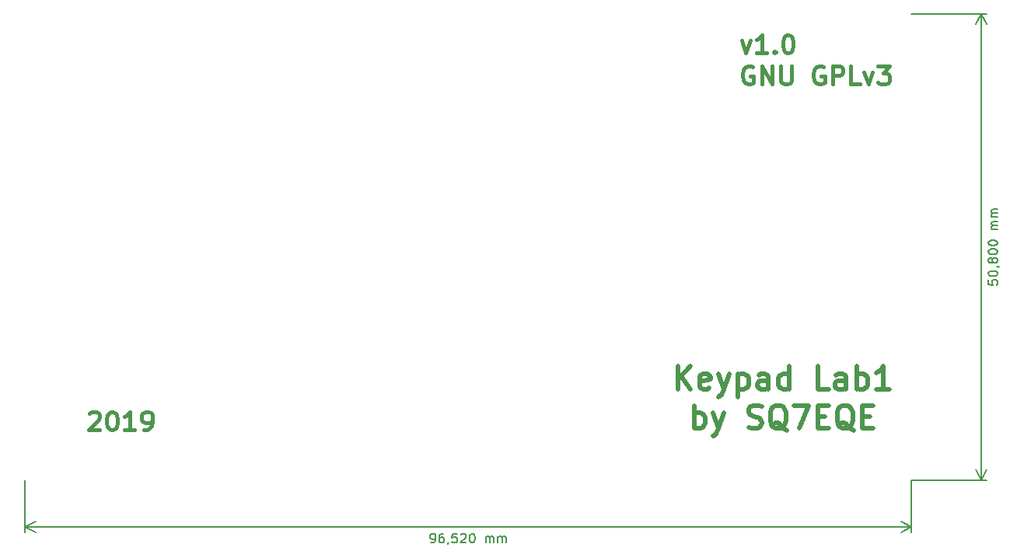
<source format=gbr>
G04 #@! TF.GenerationSoftware,KiCad,Pcbnew,5.1.4-3.fc30*
G04 #@! TF.CreationDate,2019-09-22T12:30:57+02:00*
G04 #@! TF.ProjectId,keyboard_lab1,6b657962-6f61-4726-945f-6c6162312e6b,1.0*
G04 #@! TF.SameCoordinates,Original*
G04 #@! TF.FileFunction,Drawing*
%FSLAX46Y46*%
G04 Gerber Fmt 4.6, Leading zero omitted, Abs format (unit mm)*
G04 Created by KiCad (PCBNEW 5.1.4-3.fc30) date 2019-09-22 12:30:57*
%MOMM*%
%LPD*%
G04 APERTURE LIST*
%ADD10C,0.400000*%
%ADD11C,0.150000*%
%ADD12C,0.500000*%
G04 APERTURE END LIST*
D10*
X83190952Y-119745238D02*
X83286190Y-119650000D01*
X83476666Y-119554761D01*
X83952857Y-119554761D01*
X84143333Y-119650000D01*
X84238571Y-119745238D01*
X84333809Y-119935714D01*
X84333809Y-120126190D01*
X84238571Y-120411904D01*
X83095714Y-121554761D01*
X84333809Y-121554761D01*
X85571904Y-119554761D02*
X85762380Y-119554761D01*
X85952857Y-119650000D01*
X86048095Y-119745238D01*
X86143333Y-119935714D01*
X86238571Y-120316666D01*
X86238571Y-120792857D01*
X86143333Y-121173809D01*
X86048095Y-121364285D01*
X85952857Y-121459523D01*
X85762380Y-121554761D01*
X85571904Y-121554761D01*
X85381428Y-121459523D01*
X85286190Y-121364285D01*
X85190952Y-121173809D01*
X85095714Y-120792857D01*
X85095714Y-120316666D01*
X85190952Y-119935714D01*
X85286190Y-119745238D01*
X85381428Y-119650000D01*
X85571904Y-119554761D01*
X88143333Y-121554761D02*
X87000476Y-121554761D01*
X87571904Y-121554761D02*
X87571904Y-119554761D01*
X87381428Y-119840476D01*
X87190952Y-120030952D01*
X87000476Y-120126190D01*
X89095714Y-121554761D02*
X89476666Y-121554761D01*
X89667142Y-121459523D01*
X89762380Y-121364285D01*
X89952857Y-121078571D01*
X90048095Y-120697619D01*
X90048095Y-119935714D01*
X89952857Y-119745238D01*
X89857619Y-119650000D01*
X89667142Y-119554761D01*
X89286190Y-119554761D01*
X89095714Y-119650000D01*
X89000476Y-119745238D01*
X88905238Y-119935714D01*
X88905238Y-120411904D01*
X89000476Y-120602380D01*
X89095714Y-120697619D01*
X89286190Y-120792857D01*
X89667142Y-120792857D01*
X89857619Y-120697619D01*
X89952857Y-120602380D01*
X90048095Y-120411904D01*
X154215714Y-79151428D02*
X154691904Y-80484761D01*
X155168095Y-79151428D01*
X156977619Y-80484761D02*
X155834761Y-80484761D01*
X156406190Y-80484761D02*
X156406190Y-78484761D01*
X156215714Y-78770476D01*
X156025238Y-78960952D01*
X155834761Y-79056190D01*
X157834761Y-80294285D02*
X157930000Y-80389523D01*
X157834761Y-80484761D01*
X157739523Y-80389523D01*
X157834761Y-80294285D01*
X157834761Y-80484761D01*
X159168095Y-78484761D02*
X159358571Y-78484761D01*
X159549047Y-78580000D01*
X159644285Y-78675238D01*
X159739523Y-78865714D01*
X159834761Y-79246666D01*
X159834761Y-79722857D01*
X159739523Y-80103809D01*
X159644285Y-80294285D01*
X159549047Y-80389523D01*
X159358571Y-80484761D01*
X159168095Y-80484761D01*
X158977619Y-80389523D01*
X158882380Y-80294285D01*
X158787142Y-80103809D01*
X158691904Y-79722857D01*
X158691904Y-79246666D01*
X158787142Y-78865714D01*
X158882380Y-78675238D01*
X158977619Y-78580000D01*
X159168095Y-78484761D01*
X155453809Y-81980000D02*
X155263333Y-81884761D01*
X154977619Y-81884761D01*
X154691904Y-81980000D01*
X154501428Y-82170476D01*
X154406190Y-82360952D01*
X154310952Y-82741904D01*
X154310952Y-83027619D01*
X154406190Y-83408571D01*
X154501428Y-83599047D01*
X154691904Y-83789523D01*
X154977619Y-83884761D01*
X155168095Y-83884761D01*
X155453809Y-83789523D01*
X155549047Y-83694285D01*
X155549047Y-83027619D01*
X155168095Y-83027619D01*
X156406190Y-83884761D02*
X156406190Y-81884761D01*
X157549047Y-83884761D01*
X157549047Y-81884761D01*
X158501428Y-81884761D02*
X158501428Y-83503809D01*
X158596666Y-83694285D01*
X158691904Y-83789523D01*
X158882380Y-83884761D01*
X159263333Y-83884761D01*
X159453809Y-83789523D01*
X159549047Y-83694285D01*
X159644285Y-83503809D01*
X159644285Y-81884761D01*
X163168095Y-81980000D02*
X162977619Y-81884761D01*
X162691904Y-81884761D01*
X162406190Y-81980000D01*
X162215714Y-82170476D01*
X162120476Y-82360952D01*
X162025238Y-82741904D01*
X162025238Y-83027619D01*
X162120476Y-83408571D01*
X162215714Y-83599047D01*
X162406190Y-83789523D01*
X162691904Y-83884761D01*
X162882380Y-83884761D01*
X163168095Y-83789523D01*
X163263333Y-83694285D01*
X163263333Y-83027619D01*
X162882380Y-83027619D01*
X164120476Y-83884761D02*
X164120476Y-81884761D01*
X164882380Y-81884761D01*
X165072857Y-81980000D01*
X165168095Y-82075238D01*
X165263333Y-82265714D01*
X165263333Y-82551428D01*
X165168095Y-82741904D01*
X165072857Y-82837142D01*
X164882380Y-82932380D01*
X164120476Y-82932380D01*
X167072857Y-83884761D02*
X166120476Y-83884761D01*
X166120476Y-81884761D01*
X167549047Y-82551428D02*
X168025238Y-83884761D01*
X168501428Y-82551428D01*
X169072857Y-81884761D02*
X170310952Y-81884761D01*
X169644285Y-82646666D01*
X169930000Y-82646666D01*
X170120476Y-82741904D01*
X170215714Y-82837142D01*
X170310952Y-83027619D01*
X170310952Y-83503809D01*
X170215714Y-83694285D01*
X170120476Y-83789523D01*
X169930000Y-83884761D01*
X169358571Y-83884761D01*
X169168095Y-83789523D01*
X169072857Y-83694285D01*
D11*
X181092380Y-105219047D02*
X181092380Y-105695238D01*
X181568571Y-105742857D01*
X181520952Y-105695238D01*
X181473333Y-105600000D01*
X181473333Y-105361904D01*
X181520952Y-105266666D01*
X181568571Y-105219047D01*
X181663809Y-105171428D01*
X181901904Y-105171428D01*
X181997142Y-105219047D01*
X182044761Y-105266666D01*
X182092380Y-105361904D01*
X182092380Y-105600000D01*
X182044761Y-105695238D01*
X181997142Y-105742857D01*
X181092380Y-104552380D02*
X181092380Y-104457142D01*
X181140000Y-104361904D01*
X181187619Y-104314285D01*
X181282857Y-104266666D01*
X181473333Y-104219047D01*
X181711428Y-104219047D01*
X181901904Y-104266666D01*
X181997142Y-104314285D01*
X182044761Y-104361904D01*
X182092380Y-104457142D01*
X182092380Y-104552380D01*
X182044761Y-104647619D01*
X181997142Y-104695238D01*
X181901904Y-104742857D01*
X181711428Y-104790476D01*
X181473333Y-104790476D01*
X181282857Y-104742857D01*
X181187619Y-104695238D01*
X181140000Y-104647619D01*
X181092380Y-104552380D01*
X182044761Y-103742857D02*
X182092380Y-103742857D01*
X182187619Y-103790476D01*
X182235238Y-103838095D01*
X181520952Y-103171428D02*
X181473333Y-103266666D01*
X181425714Y-103314285D01*
X181330476Y-103361904D01*
X181282857Y-103361904D01*
X181187619Y-103314285D01*
X181140000Y-103266666D01*
X181092380Y-103171428D01*
X181092380Y-102980952D01*
X181140000Y-102885714D01*
X181187619Y-102838095D01*
X181282857Y-102790476D01*
X181330476Y-102790476D01*
X181425714Y-102838095D01*
X181473333Y-102885714D01*
X181520952Y-102980952D01*
X181520952Y-103171428D01*
X181568571Y-103266666D01*
X181616190Y-103314285D01*
X181711428Y-103361904D01*
X181901904Y-103361904D01*
X181997142Y-103314285D01*
X182044761Y-103266666D01*
X182092380Y-103171428D01*
X182092380Y-102980952D01*
X182044761Y-102885714D01*
X181997142Y-102838095D01*
X181901904Y-102790476D01*
X181711428Y-102790476D01*
X181616190Y-102838095D01*
X181568571Y-102885714D01*
X181520952Y-102980952D01*
X181092380Y-102171428D02*
X181092380Y-102076190D01*
X181140000Y-101980952D01*
X181187619Y-101933333D01*
X181282857Y-101885714D01*
X181473333Y-101838095D01*
X181711428Y-101838095D01*
X181901904Y-101885714D01*
X181997142Y-101933333D01*
X182044761Y-101980952D01*
X182092380Y-102076190D01*
X182092380Y-102171428D01*
X182044761Y-102266666D01*
X181997142Y-102314285D01*
X181901904Y-102361904D01*
X181711428Y-102409523D01*
X181473333Y-102409523D01*
X181282857Y-102361904D01*
X181187619Y-102314285D01*
X181140000Y-102266666D01*
X181092380Y-102171428D01*
X181092380Y-101219047D02*
X181092380Y-101123809D01*
X181140000Y-101028571D01*
X181187619Y-100980952D01*
X181282857Y-100933333D01*
X181473333Y-100885714D01*
X181711428Y-100885714D01*
X181901904Y-100933333D01*
X181997142Y-100980952D01*
X182044761Y-101028571D01*
X182092380Y-101123809D01*
X182092380Y-101219047D01*
X182044761Y-101314285D01*
X181997142Y-101361904D01*
X181901904Y-101409523D01*
X181711428Y-101457142D01*
X181473333Y-101457142D01*
X181282857Y-101409523D01*
X181187619Y-101361904D01*
X181140000Y-101314285D01*
X181092380Y-101219047D01*
X182092380Y-99695238D02*
X181425714Y-99695238D01*
X181520952Y-99695238D02*
X181473333Y-99647619D01*
X181425714Y-99552380D01*
X181425714Y-99409523D01*
X181473333Y-99314285D01*
X181568571Y-99266666D01*
X182092380Y-99266666D01*
X181568571Y-99266666D02*
X181473333Y-99219047D01*
X181425714Y-99123809D01*
X181425714Y-98980952D01*
X181473333Y-98885714D01*
X181568571Y-98838095D01*
X182092380Y-98838095D01*
X182092380Y-98361904D02*
X181425714Y-98361904D01*
X181520952Y-98361904D02*
X181473333Y-98314285D01*
X181425714Y-98219047D01*
X181425714Y-98076190D01*
X181473333Y-97980952D01*
X181568571Y-97933333D01*
X182092380Y-97933333D01*
X181568571Y-97933333D02*
X181473333Y-97885714D01*
X181425714Y-97790476D01*
X181425714Y-97647619D01*
X181473333Y-97552380D01*
X181568571Y-97504761D01*
X182092380Y-97504761D01*
X180340000Y-127000000D02*
X180340000Y-76200000D01*
X172720000Y-127000000D02*
X180926421Y-127000000D01*
X172720000Y-76200000D02*
X180926421Y-76200000D01*
X180340000Y-76200000D02*
X180926421Y-77326504D01*
X180340000Y-76200000D02*
X179753579Y-77326504D01*
X180340000Y-127000000D02*
X180926421Y-125873496D01*
X180340000Y-127000000D02*
X179753579Y-125873496D01*
X120412380Y-133832380D02*
X120602857Y-133832380D01*
X120698095Y-133784761D01*
X120745714Y-133737142D01*
X120840952Y-133594285D01*
X120888571Y-133403809D01*
X120888571Y-133022857D01*
X120840952Y-132927619D01*
X120793333Y-132880000D01*
X120698095Y-132832380D01*
X120507619Y-132832380D01*
X120412380Y-132880000D01*
X120364761Y-132927619D01*
X120317142Y-133022857D01*
X120317142Y-133260952D01*
X120364761Y-133356190D01*
X120412380Y-133403809D01*
X120507619Y-133451428D01*
X120698095Y-133451428D01*
X120793333Y-133403809D01*
X120840952Y-133356190D01*
X120888571Y-133260952D01*
X121745714Y-132832380D02*
X121555238Y-132832380D01*
X121460000Y-132880000D01*
X121412380Y-132927619D01*
X121317142Y-133070476D01*
X121269523Y-133260952D01*
X121269523Y-133641904D01*
X121317142Y-133737142D01*
X121364761Y-133784761D01*
X121460000Y-133832380D01*
X121650476Y-133832380D01*
X121745714Y-133784761D01*
X121793333Y-133737142D01*
X121840952Y-133641904D01*
X121840952Y-133403809D01*
X121793333Y-133308571D01*
X121745714Y-133260952D01*
X121650476Y-133213333D01*
X121460000Y-133213333D01*
X121364761Y-133260952D01*
X121317142Y-133308571D01*
X121269523Y-133403809D01*
X122317142Y-133784761D02*
X122317142Y-133832380D01*
X122269523Y-133927619D01*
X122221904Y-133975238D01*
X123221904Y-132832380D02*
X122745714Y-132832380D01*
X122698095Y-133308571D01*
X122745714Y-133260952D01*
X122840952Y-133213333D01*
X123079047Y-133213333D01*
X123174285Y-133260952D01*
X123221904Y-133308571D01*
X123269523Y-133403809D01*
X123269523Y-133641904D01*
X123221904Y-133737142D01*
X123174285Y-133784761D01*
X123079047Y-133832380D01*
X122840952Y-133832380D01*
X122745714Y-133784761D01*
X122698095Y-133737142D01*
X123650476Y-132927619D02*
X123698095Y-132880000D01*
X123793333Y-132832380D01*
X124031428Y-132832380D01*
X124126666Y-132880000D01*
X124174285Y-132927619D01*
X124221904Y-133022857D01*
X124221904Y-133118095D01*
X124174285Y-133260952D01*
X123602857Y-133832380D01*
X124221904Y-133832380D01*
X124840952Y-132832380D02*
X124936190Y-132832380D01*
X125031428Y-132880000D01*
X125079047Y-132927619D01*
X125126666Y-133022857D01*
X125174285Y-133213333D01*
X125174285Y-133451428D01*
X125126666Y-133641904D01*
X125079047Y-133737142D01*
X125031428Y-133784761D01*
X124936190Y-133832380D01*
X124840952Y-133832380D01*
X124745714Y-133784761D01*
X124698095Y-133737142D01*
X124650476Y-133641904D01*
X124602857Y-133451428D01*
X124602857Y-133213333D01*
X124650476Y-133022857D01*
X124698095Y-132927619D01*
X124745714Y-132880000D01*
X124840952Y-132832380D01*
X126364761Y-133832380D02*
X126364761Y-133165714D01*
X126364761Y-133260952D02*
X126412380Y-133213333D01*
X126507619Y-133165714D01*
X126650476Y-133165714D01*
X126745714Y-133213333D01*
X126793333Y-133308571D01*
X126793333Y-133832380D01*
X126793333Y-133308571D02*
X126840952Y-133213333D01*
X126936190Y-133165714D01*
X127079047Y-133165714D01*
X127174285Y-133213333D01*
X127221904Y-133308571D01*
X127221904Y-133832380D01*
X127698095Y-133832380D02*
X127698095Y-133165714D01*
X127698095Y-133260952D02*
X127745714Y-133213333D01*
X127840952Y-133165714D01*
X127983809Y-133165714D01*
X128079047Y-133213333D01*
X128126666Y-133308571D01*
X128126666Y-133832380D01*
X128126666Y-133308571D02*
X128174285Y-133213333D01*
X128269523Y-133165714D01*
X128412380Y-133165714D01*
X128507619Y-133213333D01*
X128555238Y-133308571D01*
X128555238Y-133832380D01*
X76200000Y-132080000D02*
X172720000Y-132080000D01*
X76200000Y-127000000D02*
X76200000Y-132666421D01*
X172720000Y-127000000D02*
X172720000Y-132666421D01*
X172720000Y-132080000D02*
X171593496Y-132666421D01*
X172720000Y-132080000D02*
X171593496Y-131493579D01*
X76200000Y-132080000D02*
X77326504Y-132666421D01*
X76200000Y-132080000D02*
X77326504Y-131493579D01*
D12*
X147261904Y-117115952D02*
X147261904Y-114615952D01*
X148690476Y-117115952D02*
X147619047Y-115687380D01*
X148690476Y-114615952D02*
X147261904Y-116044523D01*
X150714285Y-116996904D02*
X150476190Y-117115952D01*
X150000000Y-117115952D01*
X149761904Y-116996904D01*
X149642857Y-116758809D01*
X149642857Y-115806428D01*
X149761904Y-115568333D01*
X150000000Y-115449285D01*
X150476190Y-115449285D01*
X150714285Y-115568333D01*
X150833333Y-115806428D01*
X150833333Y-116044523D01*
X149642857Y-116282619D01*
X151666666Y-115449285D02*
X152261904Y-117115952D01*
X152857142Y-115449285D02*
X152261904Y-117115952D01*
X152023809Y-117711190D01*
X151904761Y-117830238D01*
X151666666Y-117949285D01*
X153809523Y-115449285D02*
X153809523Y-117949285D01*
X153809523Y-115568333D02*
X154047619Y-115449285D01*
X154523809Y-115449285D01*
X154761904Y-115568333D01*
X154880952Y-115687380D01*
X155000000Y-115925476D01*
X155000000Y-116639761D01*
X154880952Y-116877857D01*
X154761904Y-116996904D01*
X154523809Y-117115952D01*
X154047619Y-117115952D01*
X153809523Y-116996904D01*
X157142857Y-117115952D02*
X157142857Y-115806428D01*
X157023809Y-115568333D01*
X156785714Y-115449285D01*
X156309523Y-115449285D01*
X156071428Y-115568333D01*
X157142857Y-116996904D02*
X156904761Y-117115952D01*
X156309523Y-117115952D01*
X156071428Y-116996904D01*
X155952380Y-116758809D01*
X155952380Y-116520714D01*
X156071428Y-116282619D01*
X156309523Y-116163571D01*
X156904761Y-116163571D01*
X157142857Y-116044523D01*
X159404761Y-117115952D02*
X159404761Y-114615952D01*
X159404761Y-116996904D02*
X159166666Y-117115952D01*
X158690476Y-117115952D01*
X158452380Y-116996904D01*
X158333333Y-116877857D01*
X158214285Y-116639761D01*
X158214285Y-115925476D01*
X158333333Y-115687380D01*
X158452380Y-115568333D01*
X158690476Y-115449285D01*
X159166666Y-115449285D01*
X159404761Y-115568333D01*
X163690476Y-117115952D02*
X162500000Y-117115952D01*
X162500000Y-114615952D01*
X165595238Y-117115952D02*
X165595238Y-115806428D01*
X165476190Y-115568333D01*
X165238095Y-115449285D01*
X164761904Y-115449285D01*
X164523809Y-115568333D01*
X165595238Y-116996904D02*
X165357142Y-117115952D01*
X164761904Y-117115952D01*
X164523809Y-116996904D01*
X164404761Y-116758809D01*
X164404761Y-116520714D01*
X164523809Y-116282619D01*
X164761904Y-116163571D01*
X165357142Y-116163571D01*
X165595238Y-116044523D01*
X166785714Y-117115952D02*
X166785714Y-114615952D01*
X166785714Y-115568333D02*
X167023809Y-115449285D01*
X167500000Y-115449285D01*
X167738095Y-115568333D01*
X167857142Y-115687380D01*
X167976190Y-115925476D01*
X167976190Y-116639761D01*
X167857142Y-116877857D01*
X167738095Y-116996904D01*
X167500000Y-117115952D01*
X167023809Y-117115952D01*
X166785714Y-116996904D01*
X170357142Y-117115952D02*
X168928571Y-117115952D01*
X169642857Y-117115952D02*
X169642857Y-114615952D01*
X169404761Y-114973095D01*
X169166666Y-115211190D01*
X168928571Y-115330238D01*
X149047619Y-121365952D02*
X149047619Y-118865952D01*
X149047619Y-119818333D02*
X149285714Y-119699285D01*
X149761904Y-119699285D01*
X150000000Y-119818333D01*
X150119047Y-119937380D01*
X150238095Y-120175476D01*
X150238095Y-120889761D01*
X150119047Y-121127857D01*
X150000000Y-121246904D01*
X149761904Y-121365952D01*
X149285714Y-121365952D01*
X149047619Y-121246904D01*
X151071428Y-119699285D02*
X151666666Y-121365952D01*
X152261904Y-119699285D02*
X151666666Y-121365952D01*
X151428571Y-121961190D01*
X151309523Y-122080238D01*
X151071428Y-122199285D01*
X155000000Y-121246904D02*
X155357142Y-121365952D01*
X155952380Y-121365952D01*
X156190476Y-121246904D01*
X156309523Y-121127857D01*
X156428571Y-120889761D01*
X156428571Y-120651666D01*
X156309523Y-120413571D01*
X156190476Y-120294523D01*
X155952380Y-120175476D01*
X155476190Y-120056428D01*
X155238095Y-119937380D01*
X155119047Y-119818333D01*
X155000000Y-119580238D01*
X155000000Y-119342142D01*
X155119047Y-119104047D01*
X155238095Y-118985000D01*
X155476190Y-118865952D01*
X156071428Y-118865952D01*
X156428571Y-118985000D01*
X159166666Y-121604047D02*
X158928571Y-121485000D01*
X158690476Y-121246904D01*
X158333333Y-120889761D01*
X158095238Y-120770714D01*
X157857142Y-120770714D01*
X157976190Y-121365952D02*
X157738095Y-121246904D01*
X157500000Y-121008809D01*
X157380952Y-120532619D01*
X157380952Y-119699285D01*
X157500000Y-119223095D01*
X157738095Y-118985000D01*
X157976190Y-118865952D01*
X158452380Y-118865952D01*
X158690476Y-118985000D01*
X158928571Y-119223095D01*
X159047619Y-119699285D01*
X159047619Y-120532619D01*
X158928571Y-121008809D01*
X158690476Y-121246904D01*
X158452380Y-121365952D01*
X157976190Y-121365952D01*
X159880952Y-118865952D02*
X161547619Y-118865952D01*
X160476190Y-121365952D01*
X162500000Y-120056428D02*
X163333333Y-120056428D01*
X163690476Y-121365952D02*
X162500000Y-121365952D01*
X162500000Y-118865952D01*
X163690476Y-118865952D01*
X166428571Y-121604047D02*
X166190476Y-121485000D01*
X165952380Y-121246904D01*
X165595238Y-120889761D01*
X165357142Y-120770714D01*
X165119047Y-120770714D01*
X165238095Y-121365952D02*
X165000000Y-121246904D01*
X164761904Y-121008809D01*
X164642857Y-120532619D01*
X164642857Y-119699285D01*
X164761904Y-119223095D01*
X165000000Y-118985000D01*
X165238095Y-118865952D01*
X165714285Y-118865952D01*
X165952380Y-118985000D01*
X166190476Y-119223095D01*
X166309523Y-119699285D01*
X166309523Y-120532619D01*
X166190476Y-121008809D01*
X165952380Y-121246904D01*
X165714285Y-121365952D01*
X165238095Y-121365952D01*
X167380952Y-120056428D02*
X168214285Y-120056428D01*
X168571428Y-121365952D02*
X167380952Y-121365952D01*
X167380952Y-118865952D01*
X168571428Y-118865952D01*
M02*

</source>
